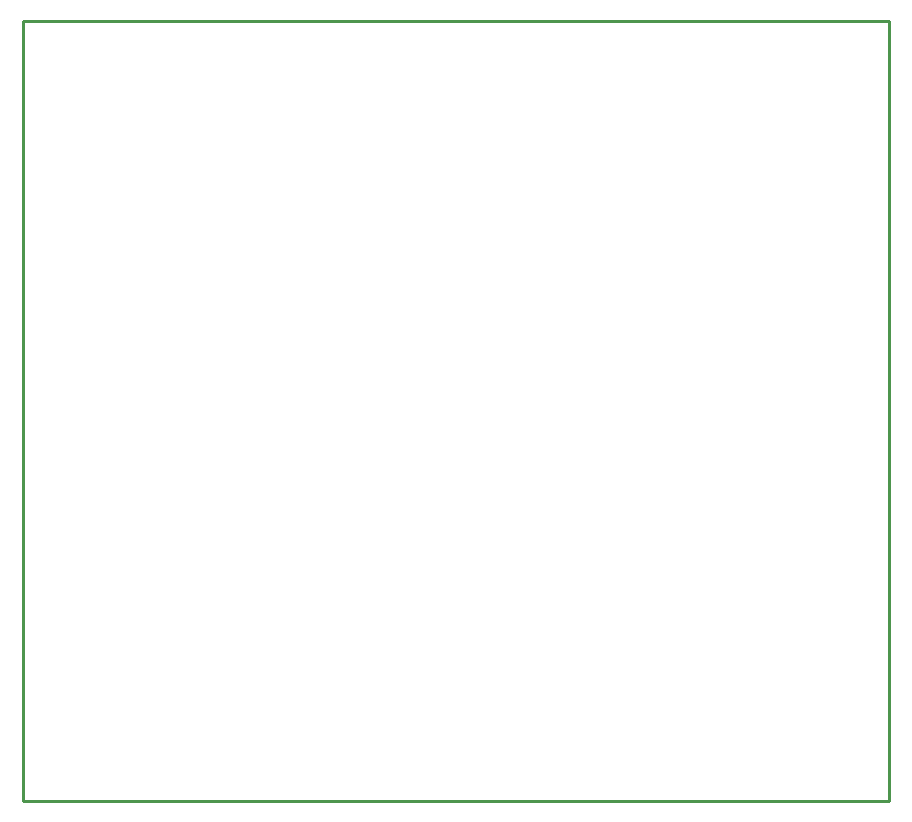
<source format=gbr>
G04 EAGLE Gerber RS-274X export*
G75*
%MOMM*%
%FSLAX34Y34*%
%LPD*%
%IN*%
%IPPOS*%
%AMOC8*
5,1,8,0,0,1.08239X$1,22.5*%
G01*
G04 Define Apertures*
%ADD10C,0.254000*%
D10*
X0Y139700D02*
X733300Y139700D01*
X733300Y800000D01*
X0Y800000D01*
X0Y139700D01*
M02*

</source>
